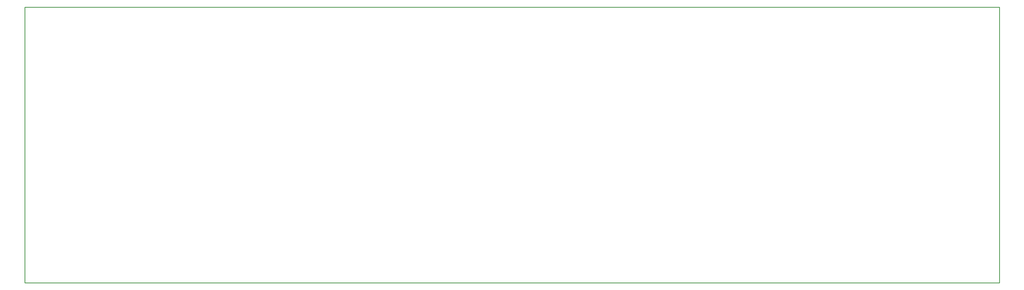
<source format=gbr>
G04 (created by PCBNEW (2013-02-13 BZR 3947)-testing) date 2016.01.05 20:59:58*
%MOIN*%
G04 Gerber Fmt 3.4, Leading zero omitted, Abs format*
%FSLAX34Y34*%
G01*
G70*
G90*
G04 APERTURE LIST*
%ADD10C,0.08*%
%ADD11C,0.009*%
G04 APERTURE END LIST*
G54D10*
G54D11*
X100976Y-37191D02*
X131076Y-37191D01*
X100976Y-141D02*
X131076Y-141D01*
X176Y-37191D02*
X176Y-141D01*
X100976Y-37191D02*
X176Y-37191D01*
X131076Y-141D02*
X131076Y-37191D01*
X176Y-141D02*
X100976Y-141D01*
M02*

</source>
